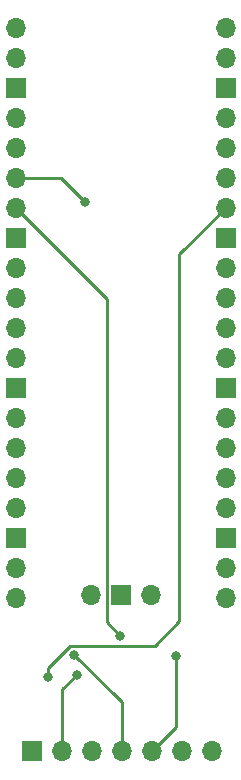
<source format=gbl>
G04 #@! TF.GenerationSoftware,KiCad,Pcbnew,5.1.6+dfsg1-1*
G04 #@! TF.CreationDate,2021-10-17T21:52:56+02:00*
G04 #@! TF.ProjectId,picoprobe-pcb,7069636f-7072-46f6-9265-2d7063622e6b,rev?*
G04 #@! TF.SameCoordinates,Original*
G04 #@! TF.FileFunction,Copper,L2,Bot*
G04 #@! TF.FilePolarity,Positive*
%FSLAX46Y46*%
G04 Gerber Fmt 4.6, Leading zero omitted, Abs format (unit mm)*
G04 Created by KiCad (PCBNEW 5.1.6+dfsg1-1) date 2021-10-17 21:52:56*
%MOMM*%
%LPD*%
G01*
G04 APERTURE LIST*
G04 #@! TA.AperFunction,ComponentPad*
%ADD10O,1.700000X1.700000*%
G04 #@! TD*
G04 #@! TA.AperFunction,ComponentPad*
%ADD11R,1.700000X1.700000*%
G04 #@! TD*
G04 #@! TA.AperFunction,ViaPad*
%ADD12C,0.800000*%
G04 #@! TD*
G04 #@! TA.AperFunction,Conductor*
%ADD13C,0.250000*%
G04 #@! TD*
G04 APERTURE END LIST*
D10*
X145240000Y-103000000D03*
X142700000Y-103000000D03*
X140160000Y-103000000D03*
X137620000Y-103000000D03*
X135080000Y-103000000D03*
X132540000Y-103000000D03*
D11*
X130000000Y-103000000D03*
D10*
X140070000Y-89800000D03*
D11*
X137530000Y-89800000D03*
D10*
X134990000Y-89800000D03*
X146420000Y-41770000D03*
X146420000Y-44310000D03*
D11*
X146420000Y-46850000D03*
D10*
X146420000Y-49390000D03*
X146420000Y-51930000D03*
X146420000Y-54470000D03*
X146420000Y-57010000D03*
D11*
X146420000Y-59550000D03*
D10*
X146420000Y-62090000D03*
X146420000Y-64630000D03*
X146420000Y-67170000D03*
X146420000Y-69710000D03*
D11*
X146420000Y-72250000D03*
D10*
X146420000Y-74790000D03*
X146420000Y-77330000D03*
X146420000Y-79870000D03*
X146420000Y-82410000D03*
D11*
X146420000Y-84950000D03*
D10*
X146420000Y-87490000D03*
X146420000Y-90030000D03*
X128640000Y-90030000D03*
X128640000Y-87490000D03*
D11*
X128640000Y-84950000D03*
D10*
X128640000Y-82410000D03*
X128640000Y-79870000D03*
X128640000Y-77330000D03*
X128640000Y-74790000D03*
D11*
X128640000Y-72250000D03*
D10*
X128640000Y-69710000D03*
X128640000Y-67170000D03*
X128640000Y-64630000D03*
X128640000Y-62090000D03*
D11*
X128640000Y-59550000D03*
D10*
X128640000Y-57010000D03*
X128640000Y-54470000D03*
X128640000Y-51930000D03*
X128640000Y-49390000D03*
D11*
X128640000Y-46850000D03*
D10*
X128640000Y-44310000D03*
X128640000Y-41770000D03*
D12*
X134500000Y-56500000D03*
X142200000Y-94900000D03*
X133600000Y-94800000D03*
X133800000Y-96500000D03*
X131400000Y-96699988D03*
X137500000Y-93199994D03*
D13*
X132470000Y-54470000D02*
X134500000Y-56500000D01*
X128640000Y-54470000D02*
X132470000Y-54470000D01*
X142200000Y-100960000D02*
X142200000Y-94900000D01*
X140160000Y-103000000D02*
X142200000Y-100960000D01*
X137200000Y-98400000D02*
X133600000Y-94800000D01*
X137620000Y-98820000D02*
X137200000Y-98400000D01*
X137620000Y-103000000D02*
X137620000Y-98820000D01*
X132540000Y-97760000D02*
X133800000Y-96500000D01*
X132540000Y-103000000D02*
X132540000Y-97760000D01*
X131400000Y-95934315D02*
X131400000Y-96699988D01*
X133259317Y-94074998D02*
X131400000Y-95934315D01*
X140425002Y-94074998D02*
X133259317Y-94074998D01*
X142500000Y-92000000D02*
X140425002Y-94074998D01*
X142500000Y-60930000D02*
X142500000Y-92000000D01*
X146420000Y-57010000D02*
X142500000Y-60930000D01*
X136354999Y-64724999D02*
X136354999Y-92054993D01*
X128640000Y-57010000D02*
X136354999Y-64724999D01*
X136354999Y-92054993D02*
X137500000Y-93199994D01*
M02*

</source>
